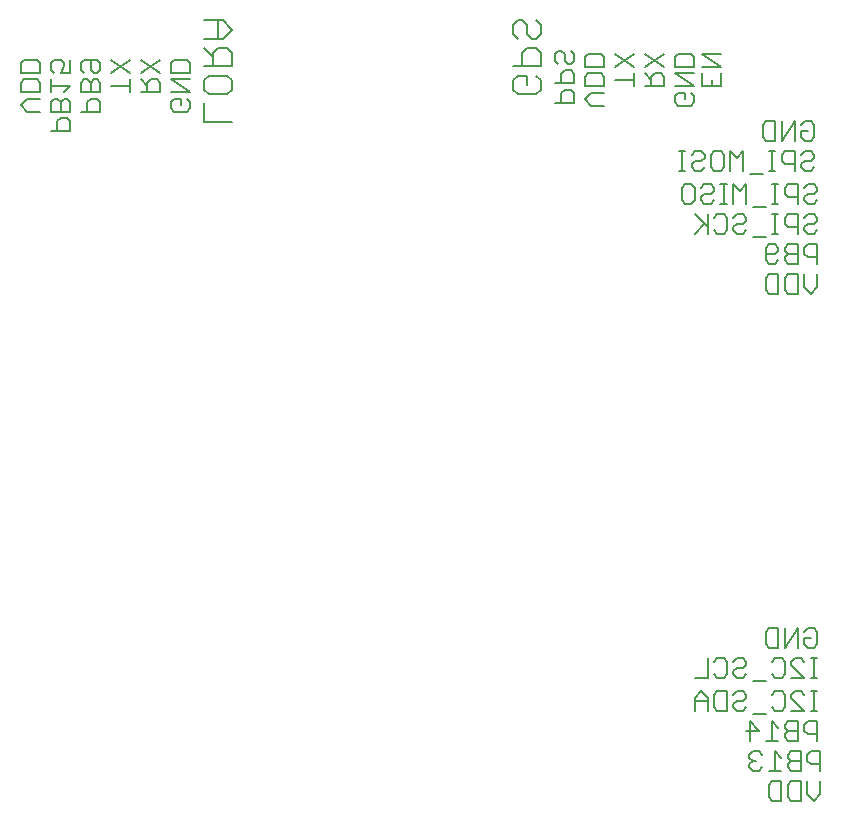
<source format=gbo>
G75*
%MOIN*%
%OFA0B0*%
%FSLAX25Y25*%
%IPPOS*%
%LPD*%
%AMOC8*
5,1,8,0,0,1.08239X$1,22.5*
%
%ADD10C,0.00600*%
%ADD11C,0.00800*%
D10*
X0295805Y0289564D02*
X0295805Y0293835D01*
X0296873Y0294902D01*
X0299008Y0294902D01*
X0300075Y0293835D01*
X0300075Y0289564D01*
X0299008Y0288497D01*
X0296873Y0288497D01*
X0295805Y0289564D01*
X0300102Y0284902D02*
X0304372Y0280632D01*
X0303305Y0281700D02*
X0300102Y0278497D01*
X0304372Y0278497D02*
X0304372Y0284902D01*
X0306548Y0283835D02*
X0307615Y0284902D01*
X0309750Y0284902D01*
X0310818Y0283835D01*
X0310818Y0279564D01*
X0309750Y0278497D01*
X0307615Y0278497D01*
X0306548Y0279564D01*
X0312993Y0279564D02*
X0312993Y0280632D01*
X0314061Y0281700D01*
X0316196Y0281700D01*
X0317263Y0282767D01*
X0317263Y0283835D01*
X0316196Y0284902D01*
X0314061Y0284902D01*
X0312993Y0283835D01*
X0312993Y0279564D02*
X0314061Y0278497D01*
X0316196Y0278497D01*
X0317263Y0279564D01*
X0319439Y0277429D02*
X0323709Y0277429D01*
X0325871Y0278497D02*
X0328006Y0278497D01*
X0326938Y0278497D02*
X0326938Y0284902D01*
X0325871Y0284902D02*
X0328006Y0284902D01*
X0330181Y0283835D02*
X0330181Y0281700D01*
X0331249Y0280632D01*
X0334451Y0280632D01*
X0334451Y0278497D02*
X0334451Y0284902D01*
X0331249Y0284902D01*
X0330181Y0283835D01*
X0336627Y0283835D02*
X0337694Y0284902D01*
X0339829Y0284902D01*
X0340897Y0283835D01*
X0340897Y0282767D01*
X0339829Y0281700D01*
X0337694Y0281700D01*
X0336627Y0280632D01*
X0336627Y0279564D01*
X0337694Y0278497D01*
X0339829Y0278497D01*
X0340897Y0279564D01*
X0340897Y0274902D02*
X0337694Y0274902D01*
X0336627Y0273835D01*
X0336627Y0271700D01*
X0337694Y0270632D01*
X0340897Y0270632D01*
X0340897Y0268497D02*
X0340897Y0274902D01*
X0334451Y0274902D02*
X0334451Y0268497D01*
X0331249Y0268497D01*
X0330181Y0269564D01*
X0330181Y0270632D01*
X0331249Y0271700D01*
X0334451Y0271700D01*
X0334451Y0274902D02*
X0331249Y0274902D01*
X0330181Y0273835D01*
X0330181Y0272767D01*
X0331249Y0271700D01*
X0328006Y0272767D02*
X0326938Y0271700D01*
X0323736Y0271700D01*
X0323736Y0273835D02*
X0323736Y0269564D01*
X0324803Y0268497D01*
X0326938Y0268497D01*
X0328006Y0269564D01*
X0328006Y0272767D02*
X0328006Y0273835D01*
X0326938Y0274902D01*
X0324803Y0274902D01*
X0323736Y0273835D01*
X0324803Y0264902D02*
X0328006Y0264902D01*
X0328006Y0258497D01*
X0324803Y0258497D01*
X0323736Y0259564D01*
X0323736Y0263835D01*
X0324803Y0264902D01*
X0330181Y0263835D02*
X0330181Y0259564D01*
X0331249Y0258497D01*
X0334451Y0258497D01*
X0334451Y0264902D01*
X0331249Y0264902D01*
X0330181Y0263835D01*
X0336627Y0264902D02*
X0336627Y0260632D01*
X0338762Y0258497D01*
X0340897Y0260632D01*
X0340897Y0264902D01*
X0323709Y0287429D02*
X0319439Y0287429D01*
X0317263Y0288497D02*
X0317263Y0294902D01*
X0315128Y0292767D01*
X0312993Y0294902D01*
X0312993Y0288497D01*
X0310818Y0288497D02*
X0308683Y0288497D01*
X0309750Y0288497D02*
X0309750Y0294902D01*
X0308683Y0294902D02*
X0310818Y0294902D01*
X0306521Y0293835D02*
X0306521Y0292767D01*
X0305453Y0291700D01*
X0303318Y0291700D01*
X0302251Y0290632D01*
X0302251Y0289564D01*
X0303318Y0288497D01*
X0305453Y0288497D01*
X0306521Y0289564D01*
X0306521Y0293835D02*
X0305453Y0294902D01*
X0303318Y0294902D01*
X0302251Y0293835D01*
X0302305Y0299497D02*
X0300170Y0299497D01*
X0299102Y0300564D01*
X0299102Y0301632D01*
X0300170Y0302700D01*
X0302305Y0302700D01*
X0303372Y0303767D01*
X0303372Y0304835D01*
X0302305Y0305902D01*
X0300170Y0305902D01*
X0299102Y0304835D01*
X0296927Y0305902D02*
X0294792Y0305902D01*
X0295859Y0305902D02*
X0295859Y0299497D01*
X0294792Y0299497D02*
X0296927Y0299497D01*
X0302305Y0299497D02*
X0303372Y0300564D01*
X0305548Y0300564D02*
X0306615Y0299497D01*
X0308750Y0299497D01*
X0309818Y0300564D01*
X0309818Y0304835D01*
X0308750Y0305902D01*
X0306615Y0305902D01*
X0305548Y0304835D01*
X0305548Y0300564D01*
X0311993Y0299497D02*
X0311993Y0305902D01*
X0314128Y0303767D01*
X0316263Y0305902D01*
X0316263Y0299497D01*
X0318439Y0298429D02*
X0322709Y0298429D01*
X0324871Y0299497D02*
X0327006Y0299497D01*
X0325938Y0299497D02*
X0325938Y0305902D01*
X0324871Y0305902D02*
X0327006Y0305902D01*
X0329181Y0304835D02*
X0329181Y0302700D01*
X0330249Y0301632D01*
X0333451Y0301632D01*
X0333451Y0299497D02*
X0333451Y0305902D01*
X0330249Y0305902D01*
X0329181Y0304835D01*
X0329181Y0309497D02*
X0329181Y0315902D01*
X0327006Y0315902D02*
X0323803Y0315902D01*
X0322736Y0314835D01*
X0322736Y0310564D01*
X0323803Y0309497D01*
X0327006Y0309497D01*
X0327006Y0315902D01*
X0333451Y0315902D02*
X0329181Y0309497D01*
X0333451Y0309497D02*
X0333451Y0315902D01*
X0335627Y0314835D02*
X0336694Y0315902D01*
X0338829Y0315902D01*
X0339897Y0314835D01*
X0339897Y0310564D01*
X0338829Y0309497D01*
X0336694Y0309497D01*
X0335627Y0310564D01*
X0335627Y0312700D01*
X0337762Y0312700D01*
X0336694Y0305902D02*
X0338829Y0305902D01*
X0339897Y0304835D01*
X0339897Y0303767D01*
X0338829Y0302700D01*
X0336694Y0302700D01*
X0335627Y0301632D01*
X0335627Y0300564D01*
X0336694Y0299497D01*
X0338829Y0299497D01*
X0339897Y0300564D01*
X0335627Y0304835D02*
X0336694Y0305902D01*
X0337694Y0294902D02*
X0336627Y0293835D01*
X0337694Y0294902D02*
X0339829Y0294902D01*
X0340897Y0293835D01*
X0340897Y0292767D01*
X0339829Y0291700D01*
X0337694Y0291700D01*
X0336627Y0290632D01*
X0336627Y0289564D01*
X0337694Y0288497D01*
X0339829Y0288497D01*
X0340897Y0289564D01*
X0334451Y0288497D02*
X0334451Y0294902D01*
X0331249Y0294902D01*
X0330181Y0293835D01*
X0330181Y0291700D01*
X0331249Y0290632D01*
X0334451Y0290632D01*
X0328006Y0288497D02*
X0325871Y0288497D01*
X0326938Y0288497D02*
X0326938Y0294902D01*
X0325871Y0294902D02*
X0328006Y0294902D01*
X0299902Y0322228D02*
X0298835Y0321160D01*
X0294564Y0321160D01*
X0293497Y0322228D01*
X0293497Y0324363D01*
X0294564Y0325431D01*
X0296700Y0325431D01*
X0296700Y0323295D01*
X0298835Y0325431D02*
X0299902Y0324363D01*
X0299902Y0322228D01*
X0299902Y0327606D02*
X0293497Y0327606D01*
X0289902Y0327606D02*
X0289902Y0330809D01*
X0288835Y0331876D01*
X0286700Y0331876D01*
X0285632Y0330809D01*
X0285632Y0327606D01*
X0285632Y0329741D02*
X0283497Y0331876D01*
X0283497Y0334051D02*
X0289902Y0338322D01*
X0293497Y0337254D02*
X0293497Y0334051D01*
X0299902Y0334051D01*
X0299902Y0337254D01*
X0298835Y0338322D01*
X0294564Y0338322D01*
X0293497Y0337254D01*
X0289902Y0334051D02*
X0283497Y0338322D01*
X0279902Y0338322D02*
X0273497Y0334051D01*
X0269902Y0334051D02*
X0269902Y0337254D01*
X0268835Y0338322D01*
X0264564Y0338322D01*
X0263497Y0337254D01*
X0263497Y0334051D01*
X0269902Y0334051D01*
X0268835Y0331876D02*
X0269902Y0330809D01*
X0269902Y0327606D01*
X0263497Y0327606D01*
X0263497Y0330809D01*
X0264564Y0331876D01*
X0268835Y0331876D01*
X0273497Y0329741D02*
X0279902Y0329741D01*
X0279902Y0327606D02*
X0279902Y0331876D01*
X0279902Y0334051D02*
X0273497Y0338322D01*
X0269902Y0325431D02*
X0265632Y0325431D01*
X0263497Y0323295D01*
X0265632Y0321160D01*
X0269902Y0321160D01*
X0259902Y0322160D02*
X0259902Y0325363D01*
X0258835Y0326431D01*
X0256700Y0326431D01*
X0255632Y0325363D01*
X0255632Y0322160D01*
X0253497Y0322160D02*
X0259902Y0322160D01*
X0259902Y0328606D02*
X0253497Y0328606D01*
X0255632Y0328606D02*
X0255632Y0331809D01*
X0256700Y0332876D01*
X0258835Y0332876D01*
X0259902Y0331809D01*
X0259902Y0328606D01*
X0258835Y0335051D02*
X0257767Y0335051D01*
X0256700Y0336119D01*
X0256700Y0338254D01*
X0255632Y0339322D01*
X0254564Y0339322D01*
X0253497Y0338254D01*
X0253497Y0336119D01*
X0254564Y0335051D01*
X0258835Y0335051D02*
X0259902Y0336119D01*
X0259902Y0338254D01*
X0258835Y0339322D01*
X0283497Y0327606D02*
X0289902Y0327606D01*
X0293497Y0331876D02*
X0299902Y0331876D01*
X0302497Y0331876D02*
X0302497Y0327606D01*
X0308902Y0327606D01*
X0308902Y0331876D01*
X0308902Y0334051D02*
X0302497Y0338322D01*
X0308902Y0338322D01*
X0308902Y0334051D02*
X0302497Y0334051D01*
X0305700Y0329741D02*
X0305700Y0327606D01*
X0299902Y0327606D02*
X0293497Y0331876D01*
X0131902Y0332051D02*
X0131902Y0335254D01*
X0130835Y0336322D01*
X0126564Y0336322D01*
X0125497Y0335254D01*
X0125497Y0332051D01*
X0131902Y0332051D01*
X0131902Y0329876D02*
X0125497Y0329876D01*
X0131902Y0325606D01*
X0125497Y0325606D01*
X0126564Y0323431D02*
X0128700Y0323431D01*
X0128700Y0321295D01*
X0130835Y0319160D02*
X0126564Y0319160D01*
X0125497Y0320228D01*
X0125497Y0322363D01*
X0126564Y0323431D01*
X0121902Y0325606D02*
X0121902Y0328809D01*
X0120835Y0329876D01*
X0118700Y0329876D01*
X0117632Y0328809D01*
X0117632Y0325606D01*
X0117632Y0327741D02*
X0115497Y0329876D01*
X0115497Y0332051D02*
X0121902Y0336322D01*
X0121902Y0332051D02*
X0115497Y0336322D01*
X0111902Y0336322D02*
X0105497Y0332051D01*
X0101902Y0333119D02*
X0101902Y0335254D01*
X0100835Y0336322D01*
X0096564Y0336322D01*
X0095497Y0335254D01*
X0095497Y0333119D01*
X0096564Y0332051D01*
X0096564Y0329876D02*
X0095497Y0328809D01*
X0095497Y0325606D01*
X0101902Y0325606D01*
X0101902Y0328809D01*
X0100835Y0329876D01*
X0099767Y0329876D01*
X0098700Y0328809D01*
X0098700Y0325606D01*
X0098700Y0323431D02*
X0097632Y0322363D01*
X0097632Y0319160D01*
X0095497Y0319160D02*
X0101902Y0319160D01*
X0101902Y0322363D01*
X0100835Y0323431D01*
X0098700Y0323431D01*
X0098700Y0328809D02*
X0097632Y0329876D01*
X0096564Y0329876D01*
X0099767Y0332051D02*
X0098700Y0333119D01*
X0098700Y0336322D01*
X0099767Y0332051D02*
X0100835Y0332051D01*
X0101902Y0333119D01*
X0105497Y0336322D02*
X0111902Y0332051D01*
X0111902Y0329876D02*
X0111902Y0325606D01*
X0111902Y0327741D02*
X0105497Y0327741D01*
X0115497Y0325606D02*
X0121902Y0325606D01*
X0130835Y0323431D02*
X0131902Y0322363D01*
X0131902Y0320228D01*
X0130835Y0319160D01*
X0091902Y0319160D02*
X0091902Y0322363D01*
X0090835Y0323431D01*
X0089767Y0323431D01*
X0088700Y0322363D01*
X0088700Y0319160D01*
X0088700Y0316985D02*
X0087632Y0315918D01*
X0087632Y0312715D01*
X0085497Y0312715D02*
X0091902Y0312715D01*
X0091902Y0315918D01*
X0090835Y0316985D01*
X0088700Y0316985D01*
X0091902Y0319160D02*
X0085497Y0319160D01*
X0085497Y0322363D01*
X0086564Y0323431D01*
X0087632Y0323431D01*
X0088700Y0322363D01*
X0089767Y0325606D02*
X0091902Y0327741D01*
X0085497Y0327741D01*
X0085497Y0325606D02*
X0085497Y0329876D01*
X0086564Y0332051D02*
X0085497Y0333119D01*
X0085497Y0335254D01*
X0086564Y0336322D01*
X0088700Y0336322D01*
X0089767Y0335254D01*
X0089767Y0334186D01*
X0088700Y0332051D01*
X0091902Y0332051D01*
X0091902Y0336322D01*
X0081902Y0335254D02*
X0081902Y0332051D01*
X0075497Y0332051D01*
X0075497Y0335254D01*
X0076564Y0336322D01*
X0080835Y0336322D01*
X0081902Y0335254D01*
X0080835Y0329876D02*
X0076564Y0329876D01*
X0075497Y0328809D01*
X0075497Y0325606D01*
X0081902Y0325606D01*
X0081902Y0328809D01*
X0080835Y0329876D01*
X0081902Y0323431D02*
X0077632Y0323431D01*
X0075497Y0321295D01*
X0077632Y0319160D01*
X0081902Y0319160D01*
X0300102Y0130497D02*
X0304372Y0130497D01*
X0304372Y0136902D01*
X0306548Y0135835D02*
X0307615Y0136902D01*
X0309750Y0136902D01*
X0310818Y0135835D01*
X0310818Y0131564D01*
X0309750Y0130497D01*
X0307615Y0130497D01*
X0306548Y0131564D01*
X0312993Y0131564D02*
X0314061Y0130497D01*
X0316196Y0130497D01*
X0317263Y0131564D01*
X0316196Y0133700D02*
X0317263Y0134767D01*
X0317263Y0135835D01*
X0316196Y0136902D01*
X0314061Y0136902D01*
X0312993Y0135835D01*
X0314061Y0133700D02*
X0312993Y0132632D01*
X0312993Y0131564D01*
X0314061Y0133700D02*
X0316196Y0133700D01*
X0319439Y0129429D02*
X0323709Y0129429D01*
X0325884Y0131564D02*
X0326952Y0130497D01*
X0329087Y0130497D01*
X0330154Y0131564D01*
X0330154Y0135835D01*
X0329087Y0136902D01*
X0326952Y0136902D01*
X0325884Y0135835D01*
X0324803Y0140497D02*
X0323736Y0141564D01*
X0323736Y0145835D01*
X0324803Y0146902D01*
X0328006Y0146902D01*
X0328006Y0140497D01*
X0324803Y0140497D01*
X0330181Y0140497D02*
X0330181Y0146902D01*
X0334451Y0146902D02*
X0330181Y0140497D01*
X0334451Y0140497D02*
X0334451Y0146902D01*
X0336627Y0145835D02*
X0337694Y0146902D01*
X0339829Y0146902D01*
X0340897Y0145835D01*
X0340897Y0141564D01*
X0339829Y0140497D01*
X0337694Y0140497D01*
X0336627Y0141564D01*
X0336627Y0143700D01*
X0338762Y0143700D01*
X0338762Y0136902D02*
X0340897Y0136902D01*
X0339829Y0136902D02*
X0339829Y0130497D01*
X0338762Y0130497D02*
X0340897Y0130497D01*
X0336600Y0130497D02*
X0332330Y0134767D01*
X0332330Y0135835D01*
X0333397Y0136902D01*
X0335532Y0136902D01*
X0336600Y0135835D01*
X0336600Y0130497D02*
X0332330Y0130497D01*
X0333397Y0125902D02*
X0332330Y0124835D01*
X0332330Y0123767D01*
X0336600Y0119497D01*
X0332330Y0119497D01*
X0330154Y0120564D02*
X0329087Y0119497D01*
X0326952Y0119497D01*
X0325884Y0120564D01*
X0323709Y0118429D02*
X0319439Y0118429D01*
X0318358Y0115902D02*
X0321560Y0112700D01*
X0317290Y0112700D01*
X0318358Y0115902D02*
X0318358Y0109497D01*
X0319358Y0105902D02*
X0318290Y0104835D01*
X0318290Y0103767D01*
X0319358Y0102700D01*
X0318290Y0101632D01*
X0318290Y0100564D01*
X0319358Y0099497D01*
X0321493Y0099497D01*
X0322560Y0100564D01*
X0324736Y0099497D02*
X0329006Y0099497D01*
X0326871Y0099497D02*
X0326871Y0105902D01*
X0329006Y0103767D01*
X0331181Y0103767D02*
X0332249Y0102700D01*
X0335451Y0102700D01*
X0337627Y0102700D02*
X0338694Y0101632D01*
X0341897Y0101632D01*
X0341897Y0099497D02*
X0341897Y0105902D01*
X0338694Y0105902D01*
X0337627Y0104835D01*
X0337627Y0102700D01*
X0335451Y0105902D02*
X0335451Y0099497D01*
X0332249Y0099497D01*
X0331181Y0100564D01*
X0331181Y0101632D01*
X0332249Y0102700D01*
X0331181Y0103767D02*
X0331181Y0104835D01*
X0332249Y0105902D01*
X0335451Y0105902D01*
X0334451Y0109497D02*
X0331249Y0109497D01*
X0330181Y0110564D01*
X0330181Y0111632D01*
X0331249Y0112700D01*
X0334451Y0112700D01*
X0336627Y0112700D02*
X0337694Y0111632D01*
X0340897Y0111632D01*
X0340897Y0109497D02*
X0340897Y0115902D01*
X0337694Y0115902D01*
X0336627Y0114835D01*
X0336627Y0112700D01*
X0334451Y0115902D02*
X0331249Y0115902D01*
X0330181Y0114835D01*
X0330181Y0113767D01*
X0331249Y0112700D01*
X0328006Y0113767D02*
X0325871Y0115902D01*
X0325871Y0109497D01*
X0328006Y0109497D02*
X0323736Y0109497D01*
X0321493Y0105902D02*
X0319358Y0105902D01*
X0321493Y0105902D02*
X0322560Y0104835D01*
X0320425Y0102700D02*
X0319358Y0102700D01*
X0325803Y0095902D02*
X0324736Y0094835D01*
X0324736Y0090564D01*
X0325803Y0089497D01*
X0329006Y0089497D01*
X0329006Y0095902D01*
X0325803Y0095902D01*
X0331181Y0094835D02*
X0332249Y0095902D01*
X0335451Y0095902D01*
X0335451Y0089497D01*
X0332249Y0089497D01*
X0331181Y0090564D01*
X0331181Y0094835D01*
X0337627Y0095902D02*
X0337627Y0091632D01*
X0339762Y0089497D01*
X0341897Y0091632D01*
X0341897Y0095902D01*
X0334451Y0109497D02*
X0334451Y0115902D01*
X0338762Y0119497D02*
X0340897Y0119497D01*
X0339829Y0119497D02*
X0339829Y0125902D01*
X0338762Y0125902D02*
X0340897Y0125902D01*
X0336600Y0124835D02*
X0335532Y0125902D01*
X0333397Y0125902D01*
X0330154Y0124835D02*
X0330154Y0120564D01*
X0330154Y0124835D02*
X0329087Y0125902D01*
X0326952Y0125902D01*
X0325884Y0124835D01*
X0317263Y0124835D02*
X0317263Y0123767D01*
X0316196Y0122700D01*
X0314061Y0122700D01*
X0312993Y0121632D01*
X0312993Y0120564D01*
X0314061Y0119497D01*
X0316196Y0119497D01*
X0317263Y0120564D01*
X0317263Y0124835D02*
X0316196Y0125902D01*
X0314061Y0125902D01*
X0312993Y0124835D01*
X0310818Y0125902D02*
X0307615Y0125902D01*
X0306548Y0124835D01*
X0306548Y0120564D01*
X0307615Y0119497D01*
X0310818Y0119497D01*
X0310818Y0125902D01*
X0304372Y0123767D02*
X0304372Y0119497D01*
X0304372Y0122700D02*
X0300102Y0122700D01*
X0300102Y0123767D02*
X0300102Y0119497D01*
X0300102Y0123767D02*
X0302237Y0125902D01*
X0304372Y0123767D01*
D11*
X0145805Y0315765D02*
X0136597Y0315765D01*
X0136597Y0321904D01*
X0138131Y0324973D02*
X0136597Y0326508D01*
X0136597Y0329577D01*
X0138131Y0331112D01*
X0144270Y0331112D01*
X0145805Y0329577D01*
X0145805Y0326508D01*
X0144270Y0324973D01*
X0138131Y0324973D01*
X0136597Y0334181D02*
X0145805Y0334181D01*
X0145805Y0338785D01*
X0144270Y0340320D01*
X0141201Y0340320D01*
X0139666Y0338785D01*
X0139666Y0334181D01*
X0139666Y0337250D02*
X0136597Y0340320D01*
X0136597Y0343389D02*
X0142735Y0343389D01*
X0145805Y0346458D01*
X0142735Y0349528D01*
X0136597Y0349528D01*
X0141201Y0349528D02*
X0141201Y0343389D01*
X0239597Y0344924D02*
X0241131Y0343389D01*
X0239597Y0344924D02*
X0239597Y0347993D01*
X0241131Y0349528D01*
X0242666Y0349528D01*
X0244201Y0347993D01*
X0244201Y0344924D01*
X0245735Y0343389D01*
X0247270Y0343389D01*
X0248805Y0344924D01*
X0248805Y0347993D01*
X0247270Y0349528D01*
X0247270Y0340320D02*
X0244201Y0340320D01*
X0242666Y0338785D01*
X0242666Y0334181D01*
X0239597Y0334181D02*
X0248805Y0334181D01*
X0248805Y0338785D01*
X0247270Y0340320D01*
X0247270Y0331112D02*
X0248805Y0329577D01*
X0248805Y0326508D01*
X0247270Y0324973D01*
X0241131Y0324973D01*
X0239597Y0326508D01*
X0239597Y0329577D01*
X0241131Y0331112D01*
X0244201Y0331112D01*
X0244201Y0328043D01*
M02*

</source>
